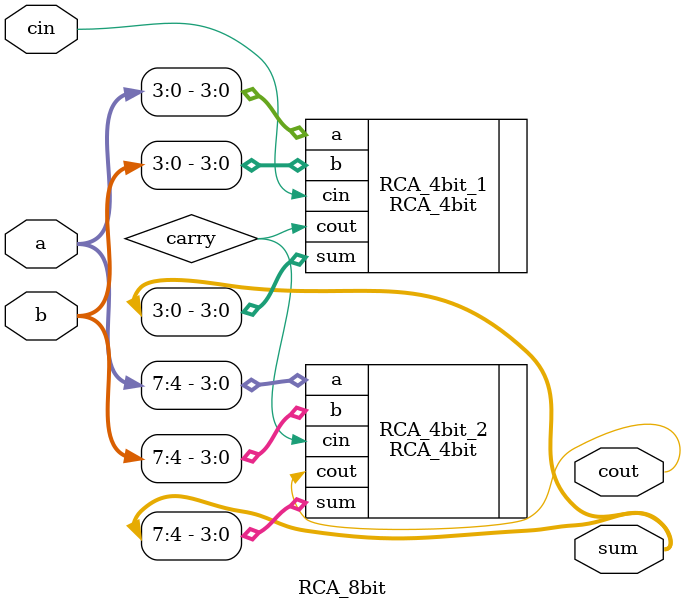
<source format=v>
module RCA_8bit(
    input [7:0] a,
    input [7:0] b,
    input cin,
    output [7:0] sum,
    output cout
);

wire carry;

RCA_4bit RCA_4bit_1( .a(a[3:0]), .b(b[3:0]), .cin(cin), .sum(sum[3:0]), .cout(carry));
RCA_4bit RCA_4bit_2( .a(a[7:4]), .b(b[7:4]), .cin(carry), .sum(sum[7:4]), .cout(cout));

endmodule 



</source>
